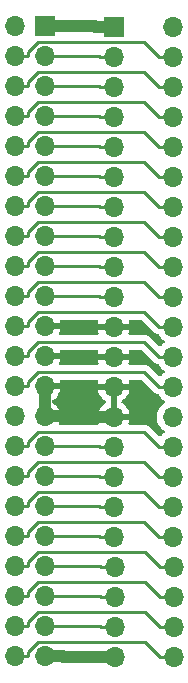
<source format=gbr>
%TF.GenerationSoftware,KiCad,Pcbnew,(6.0.6)*%
%TF.CreationDate,2022-10-25T12:39:07-05:00*%
%TF.ProjectId,IO_Riser,494f5f52-6973-4657-922e-6b696361645f,V0.8*%
%TF.SameCoordinates,Original*%
%TF.FileFunction,Copper,L2,Bot*%
%TF.FilePolarity,Positive*%
%FSLAX46Y46*%
G04 Gerber Fmt 4.6, Leading zero omitted, Abs format (unit mm)*
G04 Created by KiCad (PCBNEW (6.0.6)) date 2022-10-25 12:39:07*
%MOMM*%
%LPD*%
G01*
G04 APERTURE LIST*
%TA.AperFunction,ComponentPad*%
%ADD10R,1.700000X1.700000*%
%TD*%
%TA.AperFunction,ComponentPad*%
%ADD11O,1.700000X1.700000*%
%TD*%
%TA.AperFunction,Conductor*%
%ADD12C,0.250000*%
%TD*%
%TA.AperFunction,Conductor*%
%ADD13C,1.000000*%
%TD*%
G04 APERTURE END LIST*
D10*
%TO.P,J2,1,Pin_1*%
%TO.N,+5V*%
X151825000Y-58455000D03*
D11*
%TO.P,J2,2,Pin_2*%
%TO.N,SBE*%
X156825000Y-58455000D03*
%TO.P,J2,3,Pin_3*%
%TO.N,~{IO_RESET}*%
X151825000Y-60995000D03*
%TO.P,J2,4,Pin_4*%
%TO.N,~{IO_EXT_INT}*%
X156825000Y-60995000D03*
%TO.P,J2,5,Pin_5*%
%TO.N,IO_A5*%
X151825000Y-63535000D03*
%TO.P,J2,6,Pin_6*%
%TO.N,IO_A10*%
X156825000Y-63535000D03*
%TO.P,J2,7,Pin_7*%
%TO.N,IO_A4*%
X151825000Y-66075000D03*
%TO.P,J2,8,Pin_8*%
%TO.N,IO_A11*%
X156825000Y-66075000D03*
%TO.P,J2,9,Pin_9*%
%TO.N,IO_DBIN*%
X151825000Y-68615000D03*
%TO.P,J2,10,Pin_10*%
%TO.N,IO_A3*%
X156825000Y-68615000D03*
%TO.P,J2,11,Pin_11*%
%TO.N,IO_A12*%
X151825000Y-71155000D03*
%TO.P,J2,12,Pin_12*%
%TO.N,READY_~{HOLD}*%
X156825000Y-71155000D03*
%TO.P,J2,13,Pin_13*%
%TO.N,~{IO_LOAD}*%
X151825000Y-73695000D03*
%TO.P,J2,14,Pin_14*%
%TO.N,IO_A8*%
X156825000Y-73695000D03*
%TO.P,J2,15,Pin_15*%
%TO.N,IO_A13*%
X151825000Y-76235000D03*
%TO.P,J2,16,Pin_16*%
%TO.N,IO_A14*%
X156825000Y-76235000D03*
%TO.P,J2,17,Pin_17*%
%TO.N,IO_A7*%
X151825000Y-78775000D03*
%TO.P,J2,18,Pin_18*%
%TO.N,IO_A9*%
X156825000Y-78775000D03*
%TO.P,J2,19,Pin_19*%
%TO.N,IO_A15-CRUOUT*%
X151825000Y-81315000D03*
%TO.P,J2,20,Pin_20*%
%TO.N,IO_A2*%
X156825000Y-81315000D03*
%TO.P,J2,21,Pin_21*%
%TO.N,GND*%
X151825000Y-83855000D03*
%TO.P,J2,22,Pin_22*%
%TO.N,~{IO_CRUCLK}*%
X156825000Y-83855000D03*
%TO.P,J2,23,Pin_23*%
%TO.N,GND*%
X151825000Y-86395000D03*
%TO.P,J2,24,Pin_24*%
%TO.N,IO_\u00D83*%
X156825000Y-86395000D03*
%TO.P,J2,25,Pin_25*%
%TO.N,GND*%
X151825000Y-88935000D03*
%TO.P,J2,26,Pin_26*%
%TO.N,~{IO_WE}*%
X156825000Y-88935000D03*
%TO.P,J2,27,Pin_27*%
%TO.N,GND*%
X151825000Y-91475000D03*
%TO.P,J2,28,Pin_28*%
%TO.N,~{IO_MBE}*%
X156825000Y-91475000D03*
%TO.P,J2,29,Pin_29*%
%TO.N,IO_A6*%
X151825000Y-94015000D03*
%TO.P,J2,30,Pin_30*%
%TO.N,IO_A1*%
X156825000Y-94015000D03*
%TO.P,J2,31,Pin_31*%
%TO.N,IO_A0*%
X151825000Y-96555000D03*
%TO.P,J2,32,Pin_32*%
%TO.N,~{MEMEN}*%
X156825000Y-96555000D03*
%TO.P,J2,33,Pin_33*%
%TO.N,IO_CRUIN*%
X151825000Y-99095000D03*
%TO.P,J2,34,Pin_34*%
%TO.N,D7*%
X156825000Y-99095000D03*
%TO.P,J2,35,Pin_35*%
%TO.N,D4*%
X151825000Y-101635000D03*
%TO.P,J2,36,Pin_36*%
%TO.N,D6*%
X156825000Y-101635000D03*
%TO.P,J2,37,Pin_37*%
%TO.N,D0*%
X151905000Y-104175000D03*
%TO.P,J2,38,Pin_38*%
%TO.N,D5*%
X156905000Y-104175000D03*
%TO.P,J2,39,Pin_39*%
%TO.N,D2*%
X151905000Y-106715000D03*
%TO.P,J2,40,Pin_40*%
%TO.N,D1*%
X156905000Y-106715000D03*
%TO.P,J2,41,Pin_41*%
%TO.N,HOLD{slash}IAQ*%
X151905000Y-109255000D03*
%TO.P,J2,42,Pin_42*%
%TO.N,D3*%
X156905000Y-109255000D03*
%TO.P,J2,43,Pin_43*%
%TO.N,-5V*%
X151905000Y-111795000D03*
%TO.P,J2,44,Pin_44*%
%TO.N,IO_SNDIN*%
X156905000Y-111795000D03*
%TD*%
D10*
%TO.P,J1,1,Pin_1*%
%TO.N,+5V*%
X145975000Y-58425000D03*
D11*
%TO.P,J1,2,Pin_2*%
%TO.N,SBE*%
X143435000Y-58425000D03*
%TO.P,J1,3,Pin_3*%
%TO.N,~{IO_RESET}*%
X145975000Y-60965000D03*
%TO.P,J1,4,Pin_4*%
%TO.N,~{IO_EXT_INT}*%
X143435000Y-60965000D03*
%TO.P,J1,5,Pin_5*%
%TO.N,IO_A5*%
X145975000Y-63505000D03*
%TO.P,J1,6,Pin_6*%
%TO.N,IO_A10*%
X143435000Y-63505000D03*
%TO.P,J1,7,Pin_7*%
%TO.N,IO_A4*%
X145975000Y-66045000D03*
%TO.P,J1,8,Pin_8*%
%TO.N,IO_A11*%
X143435000Y-66045000D03*
%TO.P,J1,9,Pin_9*%
%TO.N,IO_DBIN*%
X145975000Y-68585000D03*
%TO.P,J1,10,Pin_10*%
%TO.N,IO_A3*%
X143435000Y-68585000D03*
%TO.P,J1,11,Pin_11*%
%TO.N,IO_A12*%
X145975000Y-71125000D03*
%TO.P,J1,12,Pin_12*%
%TO.N,READY_~{HOLD}*%
X143435000Y-71125000D03*
%TO.P,J1,13,Pin_13*%
%TO.N,~{IO_LOAD}*%
X145975000Y-73665000D03*
%TO.P,J1,14,Pin_14*%
%TO.N,IO_A8*%
X143435000Y-73665000D03*
%TO.P,J1,15,Pin_15*%
%TO.N,IO_A13*%
X145975000Y-76205000D03*
%TO.P,J1,16,Pin_16*%
%TO.N,IO_A14*%
X143435000Y-76205000D03*
%TO.P,J1,17,Pin_17*%
%TO.N,IO_A7*%
X145975000Y-78745000D03*
%TO.P,J1,18,Pin_18*%
%TO.N,IO_A9*%
X143435000Y-78745000D03*
%TO.P,J1,19,Pin_19*%
%TO.N,IO_A15-CRUOUT*%
X145975000Y-81285000D03*
%TO.P,J1,20,Pin_20*%
%TO.N,IO_A2*%
X143435000Y-81285000D03*
%TO.P,J1,21,Pin_21*%
%TO.N,GND*%
X145975000Y-83825000D03*
%TO.P,J1,22,Pin_22*%
%TO.N,~{IO_CRUCLK}*%
X143435000Y-83825000D03*
%TO.P,J1,23,Pin_23*%
%TO.N,GND*%
X145975000Y-86365000D03*
%TO.P,J1,24,Pin_24*%
%TO.N,IO_\u00D83*%
X143435000Y-86365000D03*
%TO.P,J1,25,Pin_25*%
%TO.N,GND*%
X145975000Y-88905000D03*
%TO.P,J1,26,Pin_26*%
%TO.N,~{IO_WE}*%
X143435000Y-88905000D03*
%TO.P,J1,27,Pin_27*%
%TO.N,GND*%
X145975000Y-91445000D03*
%TO.P,J1,28,Pin_28*%
%TO.N,~{IO_MBE}*%
X143435000Y-91445000D03*
%TO.P,J1,29,Pin_29*%
%TO.N,IO_A6*%
X145975000Y-93985000D03*
%TO.P,J1,30,Pin_30*%
%TO.N,IO_A1*%
X143435000Y-93985000D03*
%TO.P,J1,31,Pin_31*%
%TO.N,IO_A0*%
X145975000Y-96525000D03*
%TO.P,J1,32,Pin_32*%
%TO.N,~{MEMEN}*%
X143435000Y-96525000D03*
%TO.P,J1,33,Pin_33*%
%TO.N,IO_CRUIN*%
X145975000Y-99065000D03*
%TO.P,J1,34,Pin_34*%
%TO.N,D7*%
X143435000Y-99065000D03*
%TO.P,J1,35,Pin_35*%
%TO.N,D4*%
X145975000Y-101605000D03*
%TO.P,J1,36,Pin_36*%
%TO.N,D6*%
X143435000Y-101605000D03*
%TO.P,J1,37,Pin_37*%
%TO.N,D0*%
X145975000Y-104145000D03*
%TO.P,J1,38,Pin_38*%
%TO.N,D5*%
X143435000Y-104145000D03*
%TO.P,J1,39,Pin_39*%
%TO.N,D2*%
X145975000Y-106685000D03*
%TO.P,J1,40,Pin_40*%
%TO.N,D1*%
X143435000Y-106685000D03*
%TO.P,J1,41,Pin_41*%
%TO.N,HOLD{slash}IAQ*%
X145975000Y-109225000D03*
%TO.P,J1,42,Pin_42*%
%TO.N,D3*%
X143435000Y-109225000D03*
%TO.P,J1,43,Pin_43*%
%TO.N,-5V*%
X145975000Y-111765000D03*
%TO.P,J1,44,Pin_44*%
%TO.N,IO_SNDIN*%
X143435000Y-111765000D03*
%TD*%
D12*
%TO.N,IO_SNDIN*%
X154514200Y-110579500D02*
X155729700Y-111795000D01*
X145428500Y-110579500D02*
X154514200Y-110579500D01*
X144610300Y-111397700D02*
X145428500Y-110579500D01*
X144610300Y-111765000D02*
X144610300Y-111397700D01*
X143435000Y-111765000D02*
X144610300Y-111765000D01*
X156905000Y-111795000D02*
X155729700Y-111795000D01*
D13*
%TO.N,-5V*%
X147555300Y-111795000D02*
X151905000Y-111795000D01*
X147525300Y-111765000D02*
X147555300Y-111795000D01*
X145975000Y-111765000D02*
X147525300Y-111765000D01*
D12*
%TO.N,D3*%
X154514200Y-108039500D02*
X155729700Y-109255000D01*
X145428500Y-108039500D02*
X154514200Y-108039500D01*
X144610300Y-108857700D02*
X145428500Y-108039500D01*
X144610300Y-109225000D02*
X144610300Y-108857700D01*
X143435000Y-109225000D02*
X144610300Y-109225000D01*
X156905000Y-109255000D02*
X155729700Y-109255000D01*
%TO.N,HOLD{slash}IAQ*%
X150699700Y-109225000D02*
X150729700Y-109255000D01*
X145975000Y-109225000D02*
X150699700Y-109225000D01*
X151905000Y-109255000D02*
X150729700Y-109255000D01*
%TO.N,D1*%
X154514200Y-105499500D02*
X155729700Y-106715000D01*
X145428500Y-105499500D02*
X154514200Y-105499500D01*
X144610300Y-106317700D02*
X145428500Y-105499500D01*
X144610300Y-106685000D02*
X144610300Y-106317700D01*
X143435000Y-106685000D02*
X144610300Y-106685000D01*
X156905000Y-106715000D02*
X155729700Y-106715000D01*
%TO.N,D2*%
X150699700Y-106685000D02*
X150729700Y-106715000D01*
X145975000Y-106685000D02*
X150699700Y-106685000D01*
X151905000Y-106715000D02*
X150729700Y-106715000D01*
%TO.N,D5*%
X154514200Y-102959500D02*
X155729700Y-104175000D01*
X145428500Y-102959500D02*
X154514200Y-102959500D01*
X144610300Y-103777700D02*
X145428500Y-102959500D01*
X144610300Y-104145000D02*
X144610300Y-103777700D01*
X143435000Y-104145000D02*
X144610300Y-104145000D01*
X156905000Y-104175000D02*
X155729700Y-104175000D01*
%TO.N,D0*%
X150699700Y-104145000D02*
X150729700Y-104175000D01*
X145975000Y-104145000D02*
X150699700Y-104145000D01*
X151905000Y-104175000D02*
X150729700Y-104175000D01*
%TO.N,D6*%
X154433700Y-100419000D02*
X155649700Y-101635000D01*
X145429000Y-100419000D02*
X154433700Y-100419000D01*
X144610300Y-101237700D02*
X145429000Y-100419000D01*
X144610300Y-101605000D02*
X144610300Y-101237700D01*
X143435000Y-101605000D02*
X144610300Y-101605000D01*
X156825000Y-101635000D02*
X155649700Y-101635000D01*
%TO.N,D4*%
X150619700Y-101605000D02*
X150649700Y-101635000D01*
X145975000Y-101605000D02*
X150619700Y-101605000D01*
X151825000Y-101635000D02*
X150649700Y-101635000D01*
%TO.N,D7*%
X154434200Y-97879500D02*
X155649700Y-99095000D01*
X145428500Y-97879500D02*
X154434200Y-97879500D01*
X144610300Y-98697700D02*
X145428500Y-97879500D01*
X144610300Y-99065000D02*
X144610300Y-98697700D01*
X143435000Y-99065000D02*
X144610300Y-99065000D01*
X156825000Y-99095000D02*
X155649700Y-99095000D01*
%TO.N,IO_CRUIN*%
X150619700Y-99065000D02*
X150649700Y-99095000D01*
X145975000Y-99065000D02*
X150619700Y-99065000D01*
X151825000Y-99095000D02*
X150649700Y-99095000D01*
%TO.N,~{MEMEN}*%
X154434200Y-95339500D02*
X155649700Y-96555000D01*
X145428500Y-95339500D02*
X154434200Y-95339500D01*
X144610300Y-96157700D02*
X145428500Y-95339500D01*
X144610300Y-96525000D02*
X144610300Y-96157700D01*
X143435000Y-96525000D02*
X144610300Y-96525000D01*
X156825000Y-96555000D02*
X155649700Y-96555000D01*
%TO.N,IO_A0*%
X150619700Y-96525000D02*
X150649700Y-96555000D01*
X145975000Y-96525000D02*
X150619700Y-96525000D01*
X151825000Y-96555000D02*
X150649700Y-96555000D01*
%TO.N,IO_A1*%
X154434200Y-92799500D02*
X155649700Y-94015000D01*
X145428500Y-92799500D02*
X154434200Y-92799500D01*
X144610300Y-93617700D02*
X145428500Y-92799500D01*
X144610300Y-93985000D02*
X144610300Y-93617700D01*
X143435000Y-93985000D02*
X144610300Y-93985000D01*
X156825000Y-94015000D02*
X155649700Y-94015000D01*
%TO.N,IO_A6*%
X150619700Y-93985000D02*
X150649700Y-94015000D01*
X145975000Y-93985000D02*
X150619700Y-93985000D01*
X151825000Y-94015000D02*
X150649700Y-94015000D01*
%TO.N,~{IO_WE}*%
X154434200Y-87719500D02*
X155649700Y-88935000D01*
X145428500Y-87719500D02*
X154434200Y-87719500D01*
X144610300Y-88537700D02*
X145428500Y-87719500D01*
X144610300Y-88905000D02*
X144610300Y-88537700D01*
X143435000Y-88905000D02*
X144610300Y-88905000D01*
X156825000Y-88935000D02*
X155649700Y-88935000D01*
%TO.N,IO_\u00D83*%
X154434200Y-85179500D02*
X155649700Y-86395000D01*
X145428500Y-85179500D02*
X154434200Y-85179500D01*
X144610300Y-85997700D02*
X145428500Y-85179500D01*
X144610300Y-86365000D02*
X144610300Y-85997700D01*
X143435000Y-86365000D02*
X144610300Y-86365000D01*
X156825000Y-86395000D02*
X155649700Y-86395000D01*
%TO.N,~{IO_CRUCLK}*%
X154434200Y-82639500D02*
X155649700Y-83855000D01*
X145428500Y-82639500D02*
X154434200Y-82639500D01*
X144610300Y-83457700D02*
X145428500Y-82639500D01*
X144610300Y-83825000D02*
X144610300Y-83457700D01*
X143435000Y-83825000D02*
X144610300Y-83825000D01*
X156825000Y-83855000D02*
X155649700Y-83855000D01*
D13*
%TO.N,GND*%
X151825000Y-91475000D02*
X150274700Y-91475000D01*
X145975000Y-88905000D02*
X145975000Y-90455300D01*
X150244700Y-91445000D02*
X150274700Y-91475000D01*
X145975000Y-91445000D02*
X150244700Y-91445000D01*
X145975000Y-91445000D02*
X145975000Y-90455300D01*
D12*
%TO.N,IO_A2*%
X154434200Y-80099500D02*
X155649700Y-81315000D01*
X145428500Y-80099500D02*
X154434200Y-80099500D01*
X144610300Y-80917700D02*
X145428500Y-80099500D01*
X144610300Y-81285000D02*
X144610300Y-80917700D01*
X143435000Y-81285000D02*
X144610300Y-81285000D01*
X156825000Y-81315000D02*
X155649700Y-81315000D01*
%TO.N,IO_A15-CRUOUT*%
X150619700Y-81285000D02*
X150649700Y-81315000D01*
X145975000Y-81285000D02*
X150619700Y-81285000D01*
X151825000Y-81315000D02*
X150649700Y-81315000D01*
%TO.N,IO_A9*%
X154434200Y-77559500D02*
X155649700Y-78775000D01*
X145428500Y-77559500D02*
X154434200Y-77559500D01*
X144610300Y-78377700D02*
X145428500Y-77559500D01*
X144610300Y-78745000D02*
X144610300Y-78377700D01*
X143435000Y-78745000D02*
X144610300Y-78745000D01*
X156825000Y-78775000D02*
X155649700Y-78775000D01*
%TO.N,IO_A7*%
X150619700Y-78745000D02*
X150649700Y-78775000D01*
X145975000Y-78745000D02*
X150619700Y-78745000D01*
X151825000Y-78775000D02*
X150649700Y-78775000D01*
%TO.N,IO_A14*%
X154434200Y-75019500D02*
X155649700Y-76235000D01*
X145428500Y-75019500D02*
X154434200Y-75019500D01*
X144610300Y-75837700D02*
X145428500Y-75019500D01*
X144610300Y-76205000D02*
X144610300Y-75837700D01*
X143435000Y-76205000D02*
X144610300Y-76205000D01*
X156825000Y-76235000D02*
X155649700Y-76235000D01*
%TO.N,IO_A13*%
X150619700Y-76205000D02*
X150649700Y-76235000D01*
X145975000Y-76205000D02*
X150619700Y-76205000D01*
X151825000Y-76235000D02*
X150649700Y-76235000D01*
%TO.N,IO_A8*%
X154434200Y-72479500D02*
X155649700Y-73695000D01*
X145428500Y-72479500D02*
X154434200Y-72479500D01*
X144610300Y-73297700D02*
X145428500Y-72479500D01*
X144610300Y-73665000D02*
X144610300Y-73297700D01*
X143435000Y-73665000D02*
X144610300Y-73665000D01*
X156825000Y-73695000D02*
X155649700Y-73695000D01*
%TO.N,~{IO_LOAD}*%
X150619700Y-73665000D02*
X150649700Y-73695000D01*
X145975000Y-73665000D02*
X150619700Y-73665000D01*
X151825000Y-73695000D02*
X150649700Y-73695000D01*
%TO.N,READY_~{HOLD}*%
X154434200Y-69939500D02*
X155649700Y-71155000D01*
X145428500Y-69939500D02*
X154434200Y-69939500D01*
X144610300Y-70757700D02*
X145428500Y-69939500D01*
X144610300Y-71125000D02*
X144610300Y-70757700D01*
X143435000Y-71125000D02*
X144610300Y-71125000D01*
X156825000Y-71155000D02*
X155649700Y-71155000D01*
%TO.N,IO_A12*%
X150619700Y-71125000D02*
X150649700Y-71155000D01*
X145975000Y-71125000D02*
X150619700Y-71125000D01*
X151825000Y-71155000D02*
X150649700Y-71155000D01*
%TO.N,IO_A3*%
X154434200Y-67399500D02*
X155649700Y-68615000D01*
X145428500Y-67399500D02*
X154434200Y-67399500D01*
X144610300Y-68217700D02*
X145428500Y-67399500D01*
X144610300Y-68585000D02*
X144610300Y-68217700D01*
X143435000Y-68585000D02*
X144610300Y-68585000D01*
X156825000Y-68615000D02*
X155649700Y-68615000D01*
%TO.N,IO_DBIN*%
X150619700Y-68585000D02*
X150649700Y-68615000D01*
X145975000Y-68585000D02*
X150619700Y-68585000D01*
X151825000Y-68615000D02*
X150649700Y-68615000D01*
%TO.N,IO_A11*%
X154434200Y-64859500D02*
X155649700Y-66075000D01*
X145428500Y-64859500D02*
X154434200Y-64859500D01*
X144610300Y-65677700D02*
X145428500Y-64859500D01*
X144610300Y-66045000D02*
X144610300Y-65677700D01*
X143435000Y-66045000D02*
X144610300Y-66045000D01*
X156825000Y-66075000D02*
X155649700Y-66075000D01*
%TO.N,IO_A4*%
X150619700Y-66045000D02*
X150649700Y-66075000D01*
X145975000Y-66045000D02*
X150619700Y-66045000D01*
X151825000Y-66075000D02*
X150649700Y-66075000D01*
%TO.N,IO_A10*%
X154434200Y-62319500D02*
X155649700Y-63535000D01*
X145428500Y-62319500D02*
X154434200Y-62319500D01*
X144610300Y-63137700D02*
X145428500Y-62319500D01*
X144610300Y-63505000D02*
X144610300Y-63137700D01*
X143435000Y-63505000D02*
X144610300Y-63505000D01*
X156825000Y-63535000D02*
X155649700Y-63535000D01*
%TO.N,IO_A5*%
X150619700Y-63505000D02*
X150649700Y-63535000D01*
X145975000Y-63505000D02*
X150619700Y-63505000D01*
X151825000Y-63535000D02*
X150649700Y-63535000D01*
%TO.N,~{IO_EXT_INT}*%
X154434200Y-59779500D02*
X155649700Y-60995000D01*
X145428500Y-59779500D02*
X154434200Y-59779500D01*
X144610300Y-60597700D02*
X145428500Y-59779500D01*
X144610300Y-60965000D02*
X144610300Y-60597700D01*
X143435000Y-60965000D02*
X144610300Y-60965000D01*
X156825000Y-60995000D02*
X155649700Y-60995000D01*
%TO.N,~{IO_RESET}*%
X150619700Y-60965000D02*
X150649700Y-60995000D01*
X145975000Y-60965000D02*
X150619700Y-60965000D01*
X151825000Y-60995000D02*
X150649700Y-60995000D01*
D13*
%TO.N,+5V*%
X150244700Y-58425000D02*
X150274700Y-58455000D01*
X145975000Y-58425000D02*
X150244700Y-58425000D01*
X151825000Y-58455000D02*
X150274700Y-58455000D01*
%TD*%
%TA.AperFunction,Conductor*%
%TO.N,GND*%
G36*
X146171121Y-88373002D02*
G01*
X146217614Y-88426658D01*
X146229000Y-88479000D01*
X146229000Y-88632885D01*
X146233475Y-88648124D01*
X146234865Y-88649329D01*
X146242548Y-88651000D01*
X147293344Y-88651000D01*
X147306875Y-88647027D01*
X147308180Y-88637947D01*
X147275965Y-88509696D01*
X147278769Y-88438755D01*
X147319481Y-88380591D01*
X147385177Y-88353672D01*
X147398169Y-88353000D01*
X150411376Y-88353000D01*
X150479497Y-88373002D01*
X150525990Y-88426658D01*
X150536094Y-88496932D01*
X150532793Y-88512672D01*
X150489389Y-88669183D01*
X150490912Y-88677607D01*
X150503292Y-88681000D01*
X151552885Y-88681000D01*
X151568124Y-88676525D01*
X151569329Y-88675135D01*
X151571000Y-88667452D01*
X151571000Y-88479000D01*
X151591002Y-88410879D01*
X151644658Y-88364386D01*
X151697000Y-88353000D01*
X151953000Y-88353000D01*
X152021121Y-88373002D01*
X152067614Y-88426658D01*
X152079000Y-88479000D01*
X152079000Y-88662885D01*
X152083475Y-88678124D01*
X152084865Y-88679329D01*
X152092548Y-88681000D01*
X153143344Y-88681000D01*
X153156875Y-88677027D01*
X153158180Y-88667947D01*
X153118430Y-88509696D01*
X153121234Y-88438755D01*
X153161947Y-88380591D01*
X153227642Y-88353672D01*
X153240634Y-88353000D01*
X154119606Y-88353000D01*
X154187727Y-88373002D01*
X154208701Y-88389905D01*
X155146043Y-89327247D01*
X155153587Y-89335537D01*
X155157700Y-89342018D01*
X155163477Y-89347443D01*
X155207367Y-89388658D01*
X155210209Y-89391413D01*
X155229931Y-89411135D01*
X155233055Y-89413558D01*
X155233059Y-89413562D01*
X155233124Y-89413612D01*
X155242145Y-89421317D01*
X155274379Y-89451586D01*
X155281327Y-89455405D01*
X155281329Y-89455407D01*
X155292132Y-89461346D01*
X155308659Y-89472202D01*
X155318398Y-89479757D01*
X155318400Y-89479758D01*
X155324660Y-89484614D01*
X155365240Y-89502174D01*
X155375888Y-89507391D01*
X155414640Y-89528695D01*
X155422316Y-89530666D01*
X155422319Y-89530667D01*
X155434262Y-89533733D01*
X155452966Y-89540137D01*
X155463287Y-89544603D01*
X155471555Y-89548181D01*
X155479378Y-89549420D01*
X155479388Y-89549423D01*
X155515224Y-89555099D01*
X155526844Y-89557505D01*
X155561985Y-89566527D01*
X155564336Y-89567130D01*
X155564337Y-89567131D01*
X155569669Y-89568500D01*
X155569448Y-89569360D01*
X155628425Y-89595077D01*
X155654996Y-89625873D01*
X155722287Y-89735683D01*
X155722291Y-89735688D01*
X155724987Y-89740088D01*
X155871250Y-89908938D01*
X156043126Y-90051632D01*
X156065106Y-90064476D01*
X156116445Y-90094476D01*
X156165169Y-90146114D01*
X156178240Y-90215897D01*
X156151509Y-90281669D01*
X156111055Y-90315027D01*
X156098607Y-90321507D01*
X156094474Y-90324610D01*
X156094471Y-90324612D01*
X155924100Y-90452530D01*
X155919965Y-90455635D01*
X155916393Y-90459373D01*
X155769319Y-90613277D01*
X155765629Y-90617138D01*
X155762715Y-90621410D01*
X155762714Y-90621411D01*
X155750404Y-90639457D01*
X155639743Y-90801680D01*
X155545688Y-91004305D01*
X155485989Y-91219570D01*
X155462251Y-91441695D01*
X155462548Y-91446848D01*
X155462548Y-91446851D01*
X155474812Y-91659547D01*
X155475110Y-91664715D01*
X155476247Y-91669761D01*
X155476248Y-91669767D01*
X155489335Y-91727837D01*
X155524222Y-91882639D01*
X155568871Y-91992596D01*
X155597873Y-92064020D01*
X155608266Y-92089616D01*
X155653725Y-92163798D01*
X155720737Y-92273152D01*
X155724987Y-92280088D01*
X155871250Y-92448938D01*
X156043126Y-92591632D01*
X156065106Y-92604476D01*
X156116445Y-92634476D01*
X156165169Y-92686114D01*
X156178240Y-92755897D01*
X156151509Y-92821669D01*
X156111055Y-92855027D01*
X156098607Y-92861507D01*
X156094474Y-92864610D01*
X156094471Y-92864612D01*
X155942187Y-92978950D01*
X155919965Y-92995635D01*
X155816617Y-93103782D01*
X155755095Y-93139211D01*
X155684183Y-93135754D01*
X155636429Y-93105825D01*
X155322274Y-92791669D01*
X154937847Y-92407242D01*
X154930313Y-92398963D01*
X154926200Y-92392482D01*
X154876548Y-92345856D01*
X154873707Y-92343102D01*
X154853970Y-92323365D01*
X154850773Y-92320885D01*
X154841751Y-92313180D01*
X154809521Y-92282914D01*
X154802575Y-92279095D01*
X154802572Y-92279093D01*
X154791766Y-92273152D01*
X154775247Y-92262301D01*
X154774783Y-92261941D01*
X154759241Y-92249886D01*
X154751972Y-92246741D01*
X154751968Y-92246738D01*
X154718663Y-92232326D01*
X154708013Y-92227109D01*
X154669260Y-92205805D01*
X154649637Y-92200767D01*
X154630934Y-92194363D01*
X154619620Y-92189467D01*
X154619619Y-92189467D01*
X154612345Y-92186319D01*
X154604522Y-92185080D01*
X154604512Y-92185077D01*
X154568676Y-92179401D01*
X154557056Y-92176995D01*
X154521911Y-92167972D01*
X154521910Y-92167972D01*
X154514230Y-92166000D01*
X154493976Y-92166000D01*
X154474265Y-92164449D01*
X154462086Y-92162520D01*
X154454257Y-92161280D01*
X154446365Y-92162026D01*
X154410239Y-92165441D01*
X154398381Y-92166000D01*
X153201191Y-92166000D01*
X153133070Y-92145998D01*
X153086577Y-92092342D01*
X153076473Y-92022068D01*
X153088234Y-91984173D01*
X153089670Y-91981267D01*
X153093469Y-91971672D01*
X153155377Y-91767910D01*
X153157555Y-91757837D01*
X153158986Y-91746962D01*
X153156775Y-91732778D01*
X153143617Y-91729000D01*
X150508225Y-91729000D01*
X150494694Y-91732973D01*
X150493257Y-91742966D01*
X150523565Y-91877446D01*
X150526645Y-91887276D01*
X150569410Y-91992596D01*
X150576506Y-92063238D01*
X150544284Y-92126501D01*
X150482974Y-92162301D01*
X150452667Y-92166000D01*
X147336364Y-92166000D01*
X147268243Y-92145998D01*
X147221750Y-92092342D01*
X147211646Y-92022068D01*
X147223407Y-91984173D01*
X147239670Y-91951267D01*
X147243469Y-91941672D01*
X147305377Y-91737910D01*
X147307555Y-91727837D01*
X147308986Y-91716962D01*
X147306775Y-91702778D01*
X147293617Y-91699000D01*
X145847000Y-91699000D01*
X145778879Y-91678998D01*
X145732386Y-91625342D01*
X145721000Y-91573000D01*
X145721000Y-91209183D01*
X150489389Y-91209183D01*
X150490912Y-91217607D01*
X150503292Y-91221000D01*
X151552885Y-91221000D01*
X151568124Y-91216525D01*
X151569329Y-91215135D01*
X151571000Y-91207452D01*
X151571000Y-91202885D01*
X152079000Y-91202885D01*
X152083475Y-91218124D01*
X152084865Y-91219329D01*
X152092548Y-91221000D01*
X153143344Y-91221000D01*
X153156875Y-91217027D01*
X153158180Y-91207947D01*
X153116214Y-91040875D01*
X153112894Y-91031124D01*
X153027972Y-90835814D01*
X153023105Y-90826739D01*
X152907426Y-90647926D01*
X152901136Y-90639757D01*
X152757806Y-90482240D01*
X152750273Y-90475215D01*
X152583139Y-90343222D01*
X152574552Y-90337517D01*
X152537116Y-90316851D01*
X152487146Y-90266419D01*
X152472374Y-90196976D01*
X152497490Y-90130571D01*
X152524842Y-90103964D01*
X152700327Y-89978792D01*
X152708200Y-89972139D01*
X152859052Y-89821812D01*
X152865730Y-89813965D01*
X152990003Y-89641020D01*
X152995313Y-89632183D01*
X153089670Y-89441267D01*
X153093469Y-89431672D01*
X153155377Y-89227910D01*
X153157555Y-89217837D01*
X153158986Y-89206962D01*
X153156775Y-89192778D01*
X153143617Y-89189000D01*
X152097115Y-89189000D01*
X152081876Y-89193475D01*
X152080671Y-89194865D01*
X152079000Y-89202548D01*
X152079000Y-91202885D01*
X151571000Y-91202885D01*
X151571000Y-89207115D01*
X151566525Y-89191876D01*
X151565135Y-89190671D01*
X151557452Y-89189000D01*
X150508225Y-89189000D01*
X150494694Y-89192973D01*
X150493257Y-89202966D01*
X150523565Y-89337446D01*
X150526645Y-89347275D01*
X150606770Y-89544603D01*
X150611413Y-89553794D01*
X150722694Y-89735388D01*
X150728777Y-89743699D01*
X150868213Y-89904667D01*
X150875580Y-89911883D01*
X151039434Y-90047916D01*
X151047881Y-90053831D01*
X151117479Y-90094501D01*
X151166203Y-90146140D01*
X151179274Y-90215923D01*
X151152543Y-90281694D01*
X151112087Y-90315053D01*
X151103462Y-90319542D01*
X151094738Y-90325036D01*
X150924433Y-90452905D01*
X150916726Y-90459748D01*
X150769590Y-90613717D01*
X150763104Y-90621727D01*
X150643098Y-90797649D01*
X150638000Y-90806623D01*
X150548338Y-90999783D01*
X150544775Y-91009470D01*
X150489389Y-91209183D01*
X145721000Y-91209183D01*
X145721000Y-91172885D01*
X146229000Y-91172885D01*
X146233475Y-91188124D01*
X146234865Y-91189329D01*
X146242548Y-91191000D01*
X147293344Y-91191000D01*
X147306875Y-91187027D01*
X147308180Y-91177947D01*
X147266214Y-91010875D01*
X147262894Y-91001124D01*
X147177972Y-90805814D01*
X147173105Y-90796739D01*
X147057426Y-90617926D01*
X147051136Y-90609757D01*
X146907806Y-90452240D01*
X146900273Y-90445215D01*
X146733139Y-90313222D01*
X146724552Y-90307517D01*
X146687116Y-90286851D01*
X146637146Y-90236419D01*
X146622374Y-90166976D01*
X146647490Y-90100571D01*
X146674842Y-90073964D01*
X146850327Y-89948792D01*
X146858200Y-89942139D01*
X147009052Y-89791812D01*
X147015730Y-89783965D01*
X147140003Y-89611020D01*
X147145313Y-89602183D01*
X147239670Y-89411267D01*
X147243469Y-89401672D01*
X147305377Y-89197910D01*
X147307555Y-89187837D01*
X147308986Y-89176962D01*
X147306775Y-89162778D01*
X147293617Y-89159000D01*
X146247115Y-89159000D01*
X146231876Y-89163475D01*
X146230671Y-89164865D01*
X146229000Y-89172548D01*
X146229000Y-91172885D01*
X145721000Y-91172885D01*
X145721000Y-88479000D01*
X145741002Y-88410879D01*
X145794658Y-88364386D01*
X145847000Y-88353000D01*
X146103000Y-88353000D01*
X146171121Y-88373002D01*
G37*
%TD.AperFunction*%
%TA.AperFunction,Conductor*%
G36*
X146171121Y-85833002D02*
G01*
X146217614Y-85886658D01*
X146229000Y-85939000D01*
X146229000Y-86092885D01*
X146233475Y-86108124D01*
X146234865Y-86109329D01*
X146242548Y-86111000D01*
X147293344Y-86111000D01*
X147306875Y-86107027D01*
X147308180Y-86097947D01*
X147275965Y-85969696D01*
X147278769Y-85898755D01*
X147319481Y-85840591D01*
X147385177Y-85813672D01*
X147398169Y-85813000D01*
X150411376Y-85813000D01*
X150479497Y-85833002D01*
X150525990Y-85886658D01*
X150536094Y-85956932D01*
X150532793Y-85972672D01*
X150489389Y-86129183D01*
X150490912Y-86137607D01*
X150503292Y-86141000D01*
X151552885Y-86141000D01*
X151568124Y-86136525D01*
X151569329Y-86135135D01*
X151571000Y-86127452D01*
X151571000Y-85939000D01*
X151591002Y-85870879D01*
X151644658Y-85824386D01*
X151697000Y-85813000D01*
X151953000Y-85813000D01*
X152021121Y-85833002D01*
X152067614Y-85886658D01*
X152079000Y-85939000D01*
X152079000Y-86122885D01*
X152083475Y-86138124D01*
X152084865Y-86139329D01*
X152092548Y-86141000D01*
X153143344Y-86141000D01*
X153156875Y-86137027D01*
X153158180Y-86127947D01*
X153118430Y-85969696D01*
X153121234Y-85898755D01*
X153161947Y-85840591D01*
X153227642Y-85813672D01*
X153240634Y-85813000D01*
X154119606Y-85813000D01*
X154187727Y-85833002D01*
X154208701Y-85849905D01*
X155146043Y-86787247D01*
X155153587Y-86795537D01*
X155157700Y-86802018D01*
X155163477Y-86807443D01*
X155207367Y-86848658D01*
X155210209Y-86851413D01*
X155229931Y-86871135D01*
X155233055Y-86873558D01*
X155233059Y-86873562D01*
X155233124Y-86873612D01*
X155242145Y-86881317D01*
X155274379Y-86911586D01*
X155281327Y-86915405D01*
X155281329Y-86915407D01*
X155292132Y-86921346D01*
X155308659Y-86932202D01*
X155318398Y-86939757D01*
X155318400Y-86939758D01*
X155324660Y-86944614D01*
X155365240Y-86962174D01*
X155375888Y-86967391D01*
X155404714Y-86983238D01*
X155414640Y-86988695D01*
X155422316Y-86990666D01*
X155422319Y-86990667D01*
X155434262Y-86993733D01*
X155452967Y-87000137D01*
X155471555Y-87008181D01*
X155479378Y-87009420D01*
X155479388Y-87009423D01*
X155515224Y-87015099D01*
X155526844Y-87017505D01*
X155561985Y-87026527D01*
X155564336Y-87027130D01*
X155564337Y-87027131D01*
X155569669Y-87028500D01*
X155569448Y-87029360D01*
X155628425Y-87055077D01*
X155654996Y-87085873D01*
X155722287Y-87195683D01*
X155722291Y-87195688D01*
X155724987Y-87200088D01*
X155871250Y-87368938D01*
X156043126Y-87511632D01*
X156065106Y-87524476D01*
X156116445Y-87554476D01*
X156165169Y-87606114D01*
X156178240Y-87675897D01*
X156151509Y-87741669D01*
X156111055Y-87775027D01*
X156098607Y-87781507D01*
X156094474Y-87784610D01*
X156094471Y-87784612D01*
X155942187Y-87898950D01*
X155919965Y-87915635D01*
X155816617Y-88023782D01*
X155755095Y-88059211D01*
X155684183Y-88055754D01*
X155636429Y-88025825D01*
X155322274Y-87711669D01*
X154937847Y-87327242D01*
X154930313Y-87318963D01*
X154926200Y-87312482D01*
X154876548Y-87265856D01*
X154873707Y-87263102D01*
X154853970Y-87243365D01*
X154850773Y-87240885D01*
X154841751Y-87233180D01*
X154809521Y-87202914D01*
X154802575Y-87199095D01*
X154802572Y-87199093D01*
X154791766Y-87193152D01*
X154775247Y-87182301D01*
X154774783Y-87181941D01*
X154759241Y-87169886D01*
X154751972Y-87166741D01*
X154751968Y-87166738D01*
X154718663Y-87152326D01*
X154708013Y-87147109D01*
X154669260Y-87125805D01*
X154649637Y-87120767D01*
X154630934Y-87114363D01*
X154619620Y-87109467D01*
X154619619Y-87109467D01*
X154612345Y-87106319D01*
X154604522Y-87105080D01*
X154604512Y-87105077D01*
X154568676Y-87099401D01*
X154557056Y-87096995D01*
X154521911Y-87087972D01*
X154521910Y-87087972D01*
X154514230Y-87086000D01*
X154493976Y-87086000D01*
X154474265Y-87084449D01*
X154462086Y-87082520D01*
X154454257Y-87081280D01*
X154446365Y-87082026D01*
X154410239Y-87085441D01*
X154398381Y-87086000D01*
X153201191Y-87086000D01*
X153133070Y-87065998D01*
X153086577Y-87012342D01*
X153076473Y-86942068D01*
X153088234Y-86904173D01*
X153089670Y-86901267D01*
X153093469Y-86891672D01*
X153155377Y-86687910D01*
X153157555Y-86677837D01*
X153158986Y-86666962D01*
X153156775Y-86652778D01*
X153143617Y-86649000D01*
X152097115Y-86649000D01*
X152081876Y-86653475D01*
X152080671Y-86654865D01*
X152079000Y-86662548D01*
X152079000Y-86960000D01*
X152058998Y-87028121D01*
X152005342Y-87074614D01*
X151953000Y-87086000D01*
X151697000Y-87086000D01*
X151628879Y-87065998D01*
X151582386Y-87012342D01*
X151571000Y-86960000D01*
X151571000Y-86667115D01*
X151566525Y-86651876D01*
X151565135Y-86650671D01*
X151557452Y-86649000D01*
X150508225Y-86649000D01*
X150494694Y-86652973D01*
X150493257Y-86662966D01*
X150523565Y-86797446D01*
X150526645Y-86807276D01*
X150569410Y-86912596D01*
X150576506Y-86983238D01*
X150544284Y-87046501D01*
X150482974Y-87082301D01*
X150452667Y-87086000D01*
X147336364Y-87086000D01*
X147268243Y-87065998D01*
X147221750Y-87012342D01*
X147211646Y-86942068D01*
X147223407Y-86904173D01*
X147239670Y-86871267D01*
X147243469Y-86861672D01*
X147305377Y-86657910D01*
X147307555Y-86647837D01*
X147308986Y-86636962D01*
X147306775Y-86622778D01*
X147293617Y-86619000D01*
X146247115Y-86619000D01*
X146231876Y-86623475D01*
X146230671Y-86624865D01*
X146229000Y-86632548D01*
X146229000Y-86960000D01*
X146208998Y-87028121D01*
X146155342Y-87074614D01*
X146103000Y-87086000D01*
X145847000Y-87086000D01*
X145778879Y-87065998D01*
X145732386Y-87012342D01*
X145721000Y-86960000D01*
X145721000Y-85939000D01*
X145741002Y-85870879D01*
X145794658Y-85824386D01*
X145847000Y-85813000D01*
X146103000Y-85813000D01*
X146171121Y-85833002D01*
G37*
%TD.AperFunction*%
%TA.AperFunction,Conductor*%
G36*
X150479497Y-83293002D02*
G01*
X150525990Y-83346658D01*
X150536094Y-83416932D01*
X150532793Y-83432672D01*
X150489389Y-83589183D01*
X150490912Y-83597607D01*
X150503292Y-83601000D01*
X153143344Y-83601000D01*
X153156875Y-83597027D01*
X153158180Y-83587947D01*
X153118430Y-83429696D01*
X153121234Y-83358755D01*
X153161947Y-83300591D01*
X153227642Y-83273672D01*
X153240634Y-83273000D01*
X154119606Y-83273000D01*
X154187727Y-83293002D01*
X154208701Y-83309905D01*
X155146043Y-84247247D01*
X155153587Y-84255537D01*
X155157700Y-84262018D01*
X155163477Y-84267443D01*
X155207367Y-84308658D01*
X155210209Y-84311413D01*
X155229931Y-84331135D01*
X155233055Y-84333558D01*
X155233059Y-84333562D01*
X155233124Y-84333612D01*
X155242145Y-84341317D01*
X155274379Y-84371586D01*
X155281327Y-84375405D01*
X155281329Y-84375407D01*
X155292132Y-84381346D01*
X155308659Y-84392202D01*
X155318398Y-84399757D01*
X155318400Y-84399758D01*
X155324660Y-84404614D01*
X155365240Y-84422174D01*
X155375888Y-84427391D01*
X155404714Y-84443238D01*
X155414640Y-84448695D01*
X155422316Y-84450666D01*
X155422319Y-84450667D01*
X155434262Y-84453733D01*
X155452967Y-84460137D01*
X155471555Y-84468181D01*
X155479378Y-84469420D01*
X155479388Y-84469423D01*
X155515224Y-84475099D01*
X155526844Y-84477505D01*
X155561985Y-84486527D01*
X155564336Y-84487130D01*
X155564337Y-84487131D01*
X155569669Y-84488500D01*
X155569448Y-84489360D01*
X155628425Y-84515077D01*
X155654996Y-84545873D01*
X155722287Y-84655683D01*
X155722291Y-84655688D01*
X155724987Y-84660088D01*
X155871250Y-84828938D01*
X156043126Y-84971632D01*
X156065106Y-84984476D01*
X156116445Y-85014476D01*
X156165169Y-85066114D01*
X156178240Y-85135897D01*
X156151509Y-85201669D01*
X156111055Y-85235027D01*
X156098607Y-85241507D01*
X156094474Y-85244610D01*
X156094471Y-85244612D01*
X155942187Y-85358950D01*
X155919965Y-85375635D01*
X155816617Y-85483782D01*
X155755095Y-85519211D01*
X155684183Y-85515754D01*
X155636429Y-85485825D01*
X155322274Y-85171669D01*
X154937847Y-84787242D01*
X154930313Y-84778963D01*
X154926200Y-84772482D01*
X154876548Y-84725856D01*
X154873707Y-84723102D01*
X154853970Y-84703365D01*
X154850773Y-84700885D01*
X154841751Y-84693180D01*
X154809521Y-84662914D01*
X154802575Y-84659095D01*
X154802572Y-84659093D01*
X154791766Y-84653152D01*
X154775247Y-84642301D01*
X154774783Y-84641941D01*
X154759241Y-84629886D01*
X154751972Y-84626741D01*
X154751968Y-84626738D01*
X154718663Y-84612326D01*
X154708013Y-84607109D01*
X154669260Y-84585805D01*
X154649637Y-84580767D01*
X154630934Y-84574363D01*
X154619620Y-84569467D01*
X154619619Y-84569467D01*
X154612345Y-84566319D01*
X154604522Y-84565080D01*
X154604512Y-84565077D01*
X154568676Y-84559401D01*
X154557056Y-84556995D01*
X154521911Y-84547972D01*
X154521910Y-84547972D01*
X154514230Y-84546000D01*
X154493976Y-84546000D01*
X154474265Y-84544449D01*
X154462086Y-84542520D01*
X154454257Y-84541280D01*
X154446365Y-84542026D01*
X154410239Y-84545441D01*
X154398381Y-84546000D01*
X153201191Y-84546000D01*
X153133070Y-84525998D01*
X153086577Y-84472342D01*
X153076473Y-84402068D01*
X153088234Y-84364173D01*
X153089670Y-84361267D01*
X153093469Y-84351672D01*
X153155377Y-84147910D01*
X153157555Y-84137837D01*
X153158986Y-84126962D01*
X153156775Y-84112778D01*
X153143617Y-84109000D01*
X152097115Y-84109000D01*
X152081876Y-84113475D01*
X152080671Y-84114865D01*
X152079000Y-84122548D01*
X152079000Y-84420000D01*
X152058998Y-84488121D01*
X152005342Y-84534614D01*
X151953000Y-84546000D01*
X151697000Y-84546000D01*
X151628879Y-84525998D01*
X151582386Y-84472342D01*
X151571000Y-84420000D01*
X151571000Y-84127115D01*
X151566525Y-84111876D01*
X151565135Y-84110671D01*
X151557452Y-84109000D01*
X150508225Y-84109000D01*
X150494694Y-84112973D01*
X150493257Y-84122966D01*
X150523565Y-84257446D01*
X150526645Y-84267276D01*
X150569410Y-84372596D01*
X150576506Y-84443238D01*
X150544284Y-84506501D01*
X150482974Y-84542301D01*
X150452667Y-84546000D01*
X147336364Y-84546000D01*
X147268243Y-84525998D01*
X147221750Y-84472342D01*
X147211646Y-84402068D01*
X147223407Y-84364173D01*
X147239670Y-84331267D01*
X147243469Y-84321672D01*
X147305377Y-84117910D01*
X147307555Y-84107837D01*
X147308986Y-84096962D01*
X147306775Y-84082778D01*
X147293617Y-84079000D01*
X146247115Y-84079000D01*
X146231876Y-84083475D01*
X146230671Y-84084865D01*
X146229000Y-84092548D01*
X146229000Y-84420000D01*
X146208998Y-84488121D01*
X146155342Y-84534614D01*
X146103000Y-84546000D01*
X145847000Y-84546000D01*
X145778879Y-84525998D01*
X145732386Y-84472342D01*
X145721000Y-84420000D01*
X145721000Y-83697000D01*
X145741002Y-83628879D01*
X145794658Y-83582386D01*
X145847000Y-83571000D01*
X147293344Y-83571000D01*
X147306875Y-83567027D01*
X147308180Y-83557947D01*
X147275965Y-83429696D01*
X147278769Y-83358755D01*
X147319481Y-83300591D01*
X147385177Y-83273672D01*
X147398169Y-83273000D01*
X150411376Y-83273000D01*
X150479497Y-83293002D01*
G37*
%TD.AperFunction*%
%TD*%
M02*

</source>
